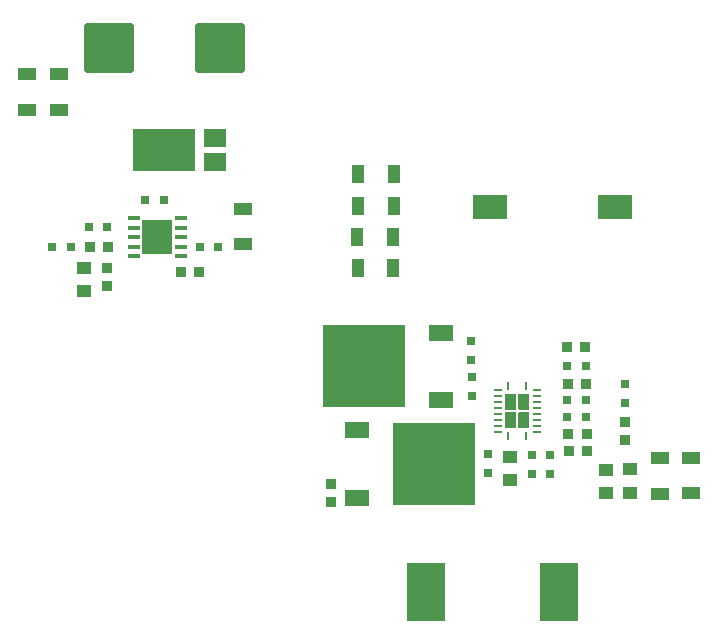
<source format=gbr>
%TF.GenerationSoftware,Altium Limited,Altium Designer,22.5.1 (42)*%
G04 Layer_Color=128*
%FSLAX44Y44*%
%MOMM*%
%TF.SameCoordinates,B102F14A-A54C-4FC6-BF91-0F17097562DF*%
%TF.FilePolarity,Positive*%
%TF.FileFunction,Paste,Bot*%
%TF.Part,Single*%
G01*
G75*
%TA.AperFunction,SMDPad,CuDef*%
%ADD10R,0.8000X0.8000*%
%ADD11R,0.8500X0.8500*%
%ADD12R,0.8000X0.8000*%
G04:AMPARAMS|DCode=13|XSize=4.2mm|YSize=4.2mm|CornerRadius=0.21mm|HoleSize=0mm|Usage=FLASHONLY|Rotation=180.000|XOffset=0mm|YOffset=0mm|HoleType=Round|Shape=RoundedRectangle|*
%AMROUNDEDRECTD13*
21,1,4.2000,3.7800,0,0,180.0*
21,1,3.7800,4.2000,0,0,180.0*
1,1,0.4200,-1.8900,1.8900*
1,1,0.4200,1.8900,1.8900*
1,1,0.4200,1.8900,-1.8900*
1,1,0.4200,-1.8900,-1.8900*
%
%ADD13ROUNDEDRECTD13*%
%ADD23R,1.0000X1.6000*%
%ADD26R,0.8500X0.8500*%
%ADD27R,1.6000X1.0000*%
%ADD54R,1.0000X0.4000*%
%ADD55R,2.6000X3.0000*%
%ADD56R,1.2500X1.0000*%
%ADD57R,5.3500X3.6000*%
%ADD58R,1.8500X1.5000*%
%ADD59R,3.0000X2.0000*%
G04:AMPARAMS|DCode=60|XSize=0.24mm|YSize=0.6mm|CornerRadius=0.03mm|HoleSize=0mm|Usage=FLASHONLY|Rotation=180.000|XOffset=0mm|YOffset=0mm|HoleType=Round|Shape=RoundedRectangle|*
%AMROUNDEDRECTD60*
21,1,0.2400,0.5400,0,0,180.0*
21,1,0.1800,0.6000,0,0,180.0*
1,1,0.0600,-0.0900,0.2700*
1,1,0.0600,0.0900,0.2700*
1,1,0.0600,0.0900,-0.2700*
1,1,0.0600,-0.0900,-0.2700*
%
%ADD60ROUNDEDRECTD60*%
G04:AMPARAMS|DCode=61|XSize=0.6mm|YSize=0.24mm|CornerRadius=0.03mm|HoleSize=0mm|Usage=FLASHONLY|Rotation=180.000|XOffset=0mm|YOffset=0mm|HoleType=Round|Shape=RoundedRectangle|*
%AMROUNDEDRECTD61*
21,1,0.6000,0.1800,0,0,180.0*
21,1,0.5400,0.2400,0,0,180.0*
1,1,0.0600,-0.2700,0.0900*
1,1,0.0600,0.2700,0.0900*
1,1,0.0600,0.2700,-0.0900*
1,1,0.0600,-0.2700,-0.0900*
%
%ADD61ROUNDEDRECTD61*%
%ADD63R,2.0000X1.4000*%
%ADD64R,7.0000X7.0000*%
%ADD65R,3.2500X5.0000*%
G36*
X34970Y-17560D02*
X34950D01*
X34920Y-17570D01*
X34900D01*
X34870Y-17580D01*
X34850Y-17590D01*
X34820Y-17600D01*
X34800Y-17620D01*
X34780Y-17630D01*
X34760Y-17650D01*
X34740Y-17660D01*
X34720Y-17680D01*
X34700Y-17700D01*
X34680Y-17720D01*
X34660Y-17740D01*
X34650Y-17760D01*
X34630Y-17780D01*
X34620Y-17800D01*
X34600Y-17820D01*
X34590Y-17850D01*
X34580Y-17870D01*
X34570Y-17900D01*
Y-17920D01*
X34560Y-17950D01*
Y-17970D01*
X34550Y-18000D01*
Y-18020D01*
Y-18050D01*
Y-30350D01*
Y-30380D01*
Y-30400D01*
X34560Y-30430D01*
Y-30450D01*
X34570Y-30480D01*
Y-30500D01*
X34580Y-30530D01*
X34590Y-30550D01*
X34600Y-30580D01*
X34620Y-30600D01*
X34630Y-30620D01*
X34650Y-30640D01*
X34660Y-30660D01*
X34680Y-30680D01*
X34700Y-30700D01*
X34720Y-30720D01*
X34740Y-30740D01*
X34760Y-30750D01*
X34780Y-30770D01*
X34800Y-30780D01*
X34820Y-30800D01*
X34850Y-30810D01*
X34870Y-30820D01*
X34900Y-30830D01*
X34920D01*
X34950Y-30840D01*
X34970D01*
X35000Y-30850D01*
X43300D01*
X43330Y-30840D01*
X43350D01*
X43380Y-30830D01*
X43400D01*
X43430Y-30820D01*
X43450Y-30810D01*
X43480Y-30800D01*
X43500Y-30780D01*
X43520Y-30770D01*
X43540Y-30750D01*
X43560Y-30740D01*
X43580Y-30720D01*
X43600Y-30700D01*
X43620Y-30680D01*
X43640Y-30660D01*
X43650Y-30640D01*
X43670Y-30620D01*
X43680Y-30600D01*
X43700Y-30580D01*
X43710Y-30550D01*
X43720Y-30530D01*
X43730Y-30500D01*
Y-30480D01*
X43740Y-30450D01*
Y-30430D01*
X43750Y-30400D01*
Y-30380D01*
Y-30350D01*
Y-18050D01*
Y-18020D01*
Y-18000D01*
X43740Y-17970D01*
Y-17950D01*
X43730Y-17920D01*
Y-17900D01*
X43720Y-17870D01*
X43710Y-17850D01*
X43700Y-17820D01*
X43680Y-17800D01*
X43670Y-17780D01*
X43650Y-17760D01*
X43640Y-17740D01*
X43620Y-17720D01*
X43600Y-17700D01*
X43580Y-17680D01*
X43560Y-17660D01*
X43540Y-17650D01*
X43520Y-17630D01*
X43500Y-17620D01*
X43480Y-17600D01*
X43450Y-17590D01*
X43430Y-17580D01*
X43400Y-17570D01*
X43380D01*
X43350Y-17560D01*
X43330D01*
X43300Y-17550D01*
X35000D01*
X34970Y-17560D01*
D02*
G37*
G36*
X46170D02*
X46150D01*
X46120Y-17570D01*
X46100D01*
X46070Y-17580D01*
X46050Y-17590D01*
X46020Y-17600D01*
X46000Y-17620D01*
X45980Y-17630D01*
X45960Y-17650D01*
X45940Y-17660D01*
X45920Y-17680D01*
X45900Y-17700D01*
X45880Y-17720D01*
X45860Y-17740D01*
X45850Y-17760D01*
X45830Y-17780D01*
X45820Y-17800D01*
X45800Y-17820D01*
X45790Y-17850D01*
X45780Y-17870D01*
X45770Y-17900D01*
Y-17920D01*
X45760Y-17950D01*
Y-17970D01*
X45750Y-18000D01*
Y-18020D01*
Y-18050D01*
Y-30350D01*
Y-30380D01*
Y-30400D01*
X45760Y-30430D01*
Y-30450D01*
X45770Y-30480D01*
Y-30500D01*
X45780Y-30530D01*
X45790Y-30550D01*
X45800Y-30580D01*
X45820Y-30600D01*
X45830Y-30620D01*
X45850Y-30640D01*
X45860Y-30660D01*
X45880Y-30680D01*
X45900Y-30700D01*
X45920Y-30720D01*
X45940Y-30740D01*
X45960Y-30750D01*
X45980Y-30770D01*
X46000Y-30780D01*
X46020Y-30800D01*
X46050Y-30810D01*
X46070Y-30820D01*
X46100Y-30830D01*
X46120D01*
X46150Y-30840D01*
X46170D01*
X46200Y-30850D01*
X54500D01*
X54530Y-30840D01*
X54550D01*
X54580Y-30830D01*
X54600D01*
X54630Y-30820D01*
X54650Y-30810D01*
X54680Y-30800D01*
X54700Y-30780D01*
X54720Y-30770D01*
X54740Y-30750D01*
X54760Y-30740D01*
X54780Y-30720D01*
X54800Y-30700D01*
X54820Y-30680D01*
X54840Y-30660D01*
X54850Y-30640D01*
X54870Y-30620D01*
X54880Y-30600D01*
X54900Y-30580D01*
X54910Y-30550D01*
X54920Y-30530D01*
X54930Y-30500D01*
Y-30480D01*
X54940Y-30450D01*
Y-30430D01*
X54950Y-30400D01*
Y-30380D01*
Y-30350D01*
Y-18050D01*
Y-18020D01*
Y-18000D01*
X54940Y-17970D01*
Y-17950D01*
X54930Y-17920D01*
Y-17900D01*
X54920Y-17870D01*
X54910Y-17850D01*
X54900Y-17820D01*
X54880Y-17800D01*
X54870Y-17780D01*
X54850Y-17760D01*
X54840Y-17740D01*
X54820Y-17720D01*
X54800Y-17700D01*
X54780Y-17680D01*
X54760Y-17660D01*
X54740Y-17650D01*
X54720Y-17630D01*
X54700Y-17620D01*
X54680Y-17600D01*
X54650Y-17590D01*
X54630Y-17580D01*
X54600Y-17570D01*
X54580D01*
X54550Y-17560D01*
X54530D01*
X54500Y-17550D01*
X46200D01*
X46170Y-17560D01*
D02*
G37*
G36*
X34970Y-2160D02*
X34950D01*
X34920Y-2170D01*
X34900D01*
X34870Y-2180D01*
X34850Y-2190D01*
X34820Y-2200D01*
X34800Y-2220D01*
X34780Y-2230D01*
X34760Y-2250D01*
X34740Y-2260D01*
X34720Y-2280D01*
X34700Y-2300D01*
X34680Y-2320D01*
X34660Y-2340D01*
X34650Y-2360D01*
X34630Y-2380D01*
X34620Y-2400D01*
X34600Y-2420D01*
X34590Y-2450D01*
X34580Y-2470D01*
X34570Y-2500D01*
Y-2520D01*
X34560Y-2550D01*
Y-2570D01*
X34550Y-2600D01*
Y-2620D01*
Y-2650D01*
Y-14950D01*
Y-14980D01*
Y-15000D01*
X34560Y-15030D01*
Y-15050D01*
X34570Y-15080D01*
Y-15100D01*
X34580Y-15130D01*
X34590Y-15150D01*
X34600Y-15180D01*
X34620Y-15200D01*
X34630Y-15220D01*
X34650Y-15240D01*
X34660Y-15260D01*
X34680Y-15280D01*
X34700Y-15300D01*
X34720Y-15320D01*
X34740Y-15340D01*
X34760Y-15350D01*
X34780Y-15370D01*
X34800Y-15380D01*
X34820Y-15400D01*
X34850Y-15410D01*
X34870Y-15420D01*
X34900Y-15430D01*
X34920D01*
X34950Y-15440D01*
X34970D01*
X35000Y-15450D01*
X43300D01*
X43330Y-15440D01*
X43350D01*
X43380Y-15430D01*
X43400D01*
X43430Y-15420D01*
X43450Y-15410D01*
X43480Y-15400D01*
X43500Y-15380D01*
X43520Y-15370D01*
X43540Y-15350D01*
X43560Y-15340D01*
X43580Y-15320D01*
X43600Y-15300D01*
X43620Y-15280D01*
X43640Y-15260D01*
X43650Y-15240D01*
X43670Y-15220D01*
X43680Y-15200D01*
X43700Y-15180D01*
X43710Y-15150D01*
X43720Y-15130D01*
X43730Y-15100D01*
Y-15080D01*
X43740Y-15050D01*
Y-15030D01*
X43750Y-15000D01*
Y-14980D01*
Y-14950D01*
Y-2650D01*
Y-2620D01*
Y-2600D01*
X43740Y-2570D01*
Y-2550D01*
X43730Y-2520D01*
Y-2500D01*
X43720Y-2470D01*
X43710Y-2450D01*
X43700Y-2420D01*
X43680Y-2400D01*
X43670Y-2380D01*
X43650Y-2360D01*
X43640Y-2340D01*
X43620Y-2320D01*
X43600Y-2300D01*
X43580Y-2280D01*
X43560Y-2260D01*
X43540Y-2250D01*
X43520Y-2230D01*
X43500Y-2220D01*
X43480Y-2200D01*
X43450Y-2190D01*
X43430Y-2180D01*
X43400Y-2170D01*
X43380D01*
X43350Y-2160D01*
X43330D01*
X43300Y-2150D01*
X35000D01*
X34970Y-2160D01*
D02*
G37*
G36*
X46170D02*
X46150D01*
X46120Y-2170D01*
X46100D01*
X46070Y-2180D01*
X46050Y-2190D01*
X46020Y-2200D01*
X46000Y-2220D01*
X45980Y-2230D01*
X45960Y-2250D01*
X45940Y-2260D01*
X45920Y-2280D01*
X45900Y-2300D01*
X45880Y-2320D01*
X45860Y-2340D01*
X45850Y-2360D01*
X45830Y-2380D01*
X45820Y-2400D01*
X45800Y-2420D01*
X45790Y-2450D01*
X45780Y-2470D01*
X45770Y-2500D01*
Y-2520D01*
X45760Y-2550D01*
Y-2570D01*
X45750Y-2600D01*
Y-2620D01*
Y-2650D01*
Y-14950D01*
Y-14980D01*
Y-15000D01*
X45760Y-15030D01*
Y-15050D01*
X45770Y-15080D01*
Y-15100D01*
X45780Y-15130D01*
X45790Y-15150D01*
X45800Y-15180D01*
X45820Y-15200D01*
X45830Y-15220D01*
X45850Y-15240D01*
X45860Y-15260D01*
X45880Y-15280D01*
X45900Y-15300D01*
X45920Y-15320D01*
X45940Y-15340D01*
X45960Y-15350D01*
X45980Y-15370D01*
X46000Y-15380D01*
X46020Y-15400D01*
X46050Y-15410D01*
X46070Y-15420D01*
X46100Y-15430D01*
X46120D01*
X46150Y-15440D01*
X46170D01*
X46200Y-15450D01*
X54500D01*
X54530Y-15440D01*
X54550D01*
X54580Y-15430D01*
X54600D01*
X54630Y-15420D01*
X54650Y-15410D01*
X54680Y-15400D01*
X54700Y-15380D01*
X54720Y-15370D01*
X54740Y-15350D01*
X54760Y-15340D01*
X54780Y-15320D01*
X54800Y-15300D01*
X54820Y-15280D01*
X54840Y-15260D01*
X54850Y-15240D01*
X54870Y-15220D01*
X54880Y-15200D01*
X54900Y-15180D01*
X54910Y-15150D01*
X54920Y-15130D01*
X54930Y-15100D01*
Y-15080D01*
X54940Y-15050D01*
Y-15030D01*
X54950Y-15000D01*
Y-14980D01*
Y-14950D01*
Y-2650D01*
Y-2620D01*
Y-2600D01*
X54940Y-2570D01*
Y-2550D01*
X54930Y-2520D01*
Y-2500D01*
X54920Y-2470D01*
X54910Y-2450D01*
X54900Y-2420D01*
X54880Y-2400D01*
X54870Y-2380D01*
X54850Y-2360D01*
X54840Y-2340D01*
X54820Y-2320D01*
X54800Y-2300D01*
X54780Y-2280D01*
X54760Y-2260D01*
X54740Y-2250D01*
X54720Y-2230D01*
X54700Y-2220D01*
X54680Y-2200D01*
X54650Y-2190D01*
X54630Y-2180D01*
X54600Y-2170D01*
X54580D01*
X54550Y-2160D01*
X54530D01*
X54500Y-2150D01*
X46200D01*
X46170Y-2160D01*
D02*
G37*
D10*
X5750Y26500D02*
D03*
Y42500D02*
D03*
X6000Y12000D02*
D03*
Y-4000D02*
D03*
X20250Y-53250D02*
D03*
Y-69250D02*
D03*
X57250Y-54000D02*
D03*
Y-70000D02*
D03*
X72250Y-54000D02*
D03*
Y-70000D02*
D03*
X136000Y6000D02*
D03*
Y-10000D02*
D03*
D11*
X-302750Y89250D02*
D03*
Y104750D02*
D03*
X-113250Y-93750D02*
D03*
Y-78250D02*
D03*
X136250Y-25500D02*
D03*
Y-41000D02*
D03*
D12*
X-254500Y162000D02*
D03*
X-270500D02*
D03*
X-333500Y122250D02*
D03*
X-349500D02*
D03*
X-302250Y139000D02*
D03*
X-318250D02*
D03*
X-224250Y122000D02*
D03*
X-208250D02*
D03*
X87250Y-7500D02*
D03*
X103250D02*
D03*
X87250Y21750D02*
D03*
X103250D02*
D03*
X87250Y-21250D02*
D03*
X103250D02*
D03*
D13*
X-301250Y290500D02*
D03*
X-207250D02*
D03*
D23*
X-60500Y104250D02*
D03*
X-90500D02*
D03*
X-60750Y130500D02*
D03*
X-90750D02*
D03*
X-60000Y157000D02*
D03*
X-90000D02*
D03*
X-60000Y184000D02*
D03*
X-90000D02*
D03*
D26*
X-301750Y122500D02*
D03*
X-317250D02*
D03*
X-240000Y101250D02*
D03*
X-224500D02*
D03*
X103750Y-50000D02*
D03*
X88250D02*
D03*
X87750Y6750D02*
D03*
X103250D02*
D03*
X102500Y38000D02*
D03*
X87000D02*
D03*
X88000Y-35750D02*
D03*
X103500D02*
D03*
D27*
X-370750Y268750D02*
D03*
Y238750D02*
D03*
X-343500Y268750D02*
D03*
Y238750D02*
D03*
X-187250Y154750D02*
D03*
Y124750D02*
D03*
X191500Y-86000D02*
D03*
Y-56000D02*
D03*
X165500Y-86500D02*
D03*
Y-56500D02*
D03*
D54*
X-240000Y146500D02*
D03*
Y138500D02*
D03*
Y130500D02*
D03*
Y122500D02*
D03*
Y114500D02*
D03*
X-280000D02*
D03*
Y122500D02*
D03*
Y130500D02*
D03*
Y138500D02*
D03*
Y146500D02*
D03*
D55*
X-260000Y130500D02*
D03*
D56*
X-322250Y84750D02*
D03*
Y104750D02*
D03*
X38750Y-55250D02*
D03*
Y-75250D02*
D03*
X140500Y-86000D02*
D03*
Y-66000D02*
D03*
X119500Y-86250D02*
D03*
Y-66250D02*
D03*
D57*
X-254500Y204500D02*
D03*
D58*
X-211500Y194000D02*
D03*
Y215000D02*
D03*
D59*
X21750Y156250D02*
D03*
X127750D02*
D03*
D60*
X52250Y-38000D02*
D03*
X37250D02*
D03*
Y5000D02*
D03*
X52250D02*
D03*
D61*
X61250Y1000D02*
D03*
Y-4000D02*
D03*
Y-9000D02*
D03*
Y-14000D02*
D03*
Y-19000D02*
D03*
Y-24000D02*
D03*
Y-29000D02*
D03*
Y-34000D02*
D03*
X28250D02*
D03*
Y-29000D02*
D03*
Y-24000D02*
D03*
Y-19000D02*
D03*
Y-14000D02*
D03*
Y-9000D02*
D03*
Y-4000D02*
D03*
Y1000D02*
D03*
D63*
X-20250Y-7350D02*
D03*
Y49850D02*
D03*
X-91000Y-32900D02*
D03*
Y-90100D02*
D03*
D64*
X-85250Y21250D02*
D03*
X-26000Y-61500D02*
D03*
D65*
X80250Y-170000D02*
D03*
X-32250D02*
D03*
%TF.MD5,9ea02eb4b3e91df8ca6339c8d3f0e226*%
M02*

</source>
